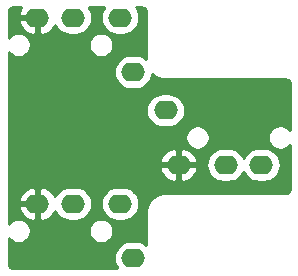
<source format=gbl>
G04 #@! TF.GenerationSoftware,KiCad,Pcbnew,5.1.2-f72e74a~84~ubuntu16.04.1*
G04 #@! TF.CreationDate,2019-05-05T15:33:26-04:00*
G04 #@! TF.ProjectId,switch_adaptor,73776974-6368-45f6-9164-6170746f722e,1.0*
G04 #@! TF.SameCoordinates,Original*
G04 #@! TF.FileFunction,Copper,L2,Bot*
G04 #@! TF.FilePolarity,Positive*
%FSLAX46Y46*%
G04 Gerber Fmt 4.6, Leading zero omitted, Abs format (unit mm)*
G04 Created by KiCad (PCBNEW 5.1.2-f72e74a~84~ubuntu16.04.1) date 2019-05-05 15:33:26*
%MOMM*%
%LPD*%
G04 APERTURE LIST*
%ADD10O,2.000000X1.600000*%
%ADD11C,0.254000*%
G04 APERTURE END LIST*
D10*
X143234000Y-95228000D03*
X144334000Y-99828000D03*
X151334000Y-99828000D03*
X148334000Y-99828000D03*
X140484000Y-107718000D03*
X139384000Y-103118000D03*
X132384000Y-103118000D03*
X135384000Y-103118000D03*
X140484000Y-91970000D03*
X139384000Y-87370000D03*
X132384000Y-87370000D03*
X135384000Y-87370000D03*
D11*
G36*
X130908449Y-86701579D02*
G01*
X130802556Y-86963270D01*
X130792096Y-87020961D01*
X130914085Y-87243000D01*
X132257000Y-87243000D01*
X132257000Y-87223000D01*
X132511000Y-87223000D01*
X132511000Y-87243000D01*
X132531000Y-87243000D01*
X132531000Y-87497000D01*
X132511000Y-87497000D01*
X132511000Y-88649474D01*
X132736887Y-88801937D01*
X133013306Y-88744596D01*
X133273227Y-88634430D01*
X133506662Y-88475673D01*
X133704639Y-88274425D01*
X133859551Y-88038421D01*
X133883075Y-87980286D01*
X133985068Y-88171101D01*
X134164392Y-88389608D01*
X134382899Y-88568932D01*
X134632192Y-88702182D01*
X134902691Y-88784236D01*
X135113508Y-88805000D01*
X135654492Y-88805000D01*
X135865309Y-88784236D01*
X136135808Y-88702182D01*
X136385101Y-88568932D01*
X136603608Y-88389608D01*
X136782932Y-88171101D01*
X136916182Y-87921808D01*
X136998236Y-87651309D01*
X137025943Y-87370000D01*
X136998236Y-87088691D01*
X136916182Y-86818192D01*
X136782932Y-86568899D01*
X136736236Y-86512000D01*
X138031764Y-86512000D01*
X137985068Y-86568899D01*
X137851818Y-86818192D01*
X137769764Y-87088691D01*
X137742057Y-87370000D01*
X137769764Y-87651309D01*
X137851818Y-87921808D01*
X137985068Y-88171101D01*
X138164392Y-88389608D01*
X138382899Y-88568932D01*
X138632192Y-88702182D01*
X138902691Y-88784236D01*
X139113508Y-88805000D01*
X139654492Y-88805000D01*
X139865309Y-88784236D01*
X140135808Y-88702182D01*
X140385101Y-88568932D01*
X140603608Y-88389608D01*
X140782932Y-88171101D01*
X140916182Y-87921808D01*
X140998236Y-87651309D01*
X141025943Y-87370000D01*
X140998236Y-87088691D01*
X140916182Y-86818192D01*
X140782932Y-86568899D01*
X140736236Y-86512000D01*
X141191719Y-86512000D01*
X141292533Y-86521885D01*
X141358457Y-86541789D01*
X141419255Y-86574115D01*
X141472619Y-86617639D01*
X141516512Y-86670696D01*
X141549266Y-86731271D01*
X141569628Y-86797053D01*
X141580000Y-86895731D01*
X141580001Y-90848950D01*
X141485101Y-90771068D01*
X141235808Y-90637818D01*
X140965309Y-90555764D01*
X140754492Y-90535000D01*
X140213508Y-90535000D01*
X140002691Y-90555764D01*
X139732192Y-90637818D01*
X139482899Y-90771068D01*
X139264392Y-90950392D01*
X139085068Y-91168899D01*
X138951818Y-91418192D01*
X138869764Y-91688691D01*
X138842057Y-91970000D01*
X138869764Y-92251309D01*
X138951818Y-92521808D01*
X139085068Y-92771101D01*
X139264392Y-92989608D01*
X139482899Y-93168932D01*
X139732192Y-93302182D01*
X140002691Y-93384236D01*
X140213508Y-93405000D01*
X140754492Y-93405000D01*
X140965309Y-93384236D01*
X141235808Y-93302182D01*
X141485101Y-93168932D01*
X141703608Y-92989608D01*
X141882932Y-92771101D01*
X142016182Y-92521808D01*
X142098236Y-92251309D01*
X142108150Y-92150649D01*
X142115851Y-92158513D01*
X142122952Y-92164387D01*
X142276614Y-92289711D01*
X142326423Y-92322803D01*
X142375795Y-92356610D01*
X142383902Y-92360993D01*
X142558980Y-92454084D01*
X142614275Y-92476875D01*
X142669270Y-92500446D01*
X142678074Y-92503171D01*
X142867900Y-92560482D01*
X142926566Y-92572098D01*
X142985087Y-92584537D01*
X142994252Y-92585500D01*
X143191593Y-92604850D01*
X143191598Y-92604850D01*
X143223581Y-92608000D01*
X153383719Y-92608000D01*
X153484533Y-92617885D01*
X153550457Y-92637789D01*
X153611255Y-92670115D01*
X153664619Y-92713639D01*
X153708512Y-92766696D01*
X153741266Y-92827271D01*
X153761628Y-92893053D01*
X153772000Y-92991731D01*
X153772000Y-96919206D01*
X153737937Y-96868226D01*
X153593774Y-96724063D01*
X153424256Y-96610795D01*
X153235898Y-96532774D01*
X153035939Y-96493000D01*
X152832061Y-96493000D01*
X152632102Y-96532774D01*
X152443744Y-96610795D01*
X152274226Y-96724063D01*
X152130063Y-96868226D01*
X152016795Y-97037744D01*
X151938774Y-97226102D01*
X151899000Y-97426061D01*
X151899000Y-97629939D01*
X151938774Y-97829898D01*
X152016795Y-98018256D01*
X152130063Y-98187774D01*
X152274226Y-98331937D01*
X152443744Y-98445205D01*
X152632102Y-98523226D01*
X152832061Y-98563000D01*
X153035939Y-98563000D01*
X153235898Y-98523226D01*
X153424256Y-98445205D01*
X153593774Y-98331937D01*
X153737937Y-98187774D01*
X153772001Y-98136794D01*
X153772001Y-101821709D01*
X153762115Y-101922531D01*
X153742211Y-101988458D01*
X153709885Y-102049255D01*
X153666362Y-102102618D01*
X153613300Y-102146515D01*
X153552727Y-102179266D01*
X153486947Y-102199628D01*
X153388269Y-102210000D01*
X143223581Y-102210000D01*
X143195309Y-102212784D01*
X143189088Y-102212741D01*
X143179917Y-102213641D01*
X142982715Y-102234368D01*
X142924151Y-102246390D01*
X142865362Y-102257604D01*
X142856540Y-102260268D01*
X142667118Y-102318903D01*
X142612005Y-102342071D01*
X142556507Y-102364493D01*
X142548371Y-102368820D01*
X142373947Y-102463130D01*
X142324331Y-102496597D01*
X142274301Y-102529335D01*
X142267160Y-102535159D01*
X142114376Y-102661553D01*
X142072237Y-102703988D01*
X142029487Y-102745851D01*
X142023613Y-102752952D01*
X141898289Y-102906614D01*
X141865174Y-102956456D01*
X141831390Y-103005796D01*
X141827007Y-103013902D01*
X141733916Y-103188980D01*
X141711125Y-103244275D01*
X141687554Y-103299270D01*
X141684829Y-103308073D01*
X141627518Y-103497900D01*
X141615900Y-103556580D01*
X141603463Y-103615087D01*
X141602500Y-103624252D01*
X141583150Y-103821594D01*
X141583150Y-103821599D01*
X141580000Y-103853582D01*
X141580001Y-106596950D01*
X141485101Y-106519068D01*
X141235808Y-106385818D01*
X140965309Y-106303764D01*
X140754492Y-106283000D01*
X140213508Y-106283000D01*
X140002691Y-106303764D01*
X139732192Y-106385818D01*
X139482899Y-106519068D01*
X139264392Y-106698392D01*
X139085068Y-106916899D01*
X138951818Y-107166192D01*
X138869764Y-107436691D01*
X138842057Y-107718000D01*
X138869764Y-107999309D01*
X138951818Y-108269808D01*
X139085068Y-108519101D01*
X139118633Y-108560000D01*
X130334281Y-108560000D01*
X130233469Y-108550115D01*
X130167542Y-108530211D01*
X130106745Y-108497885D01*
X130053382Y-108454362D01*
X130009485Y-108401300D01*
X129976734Y-108340727D01*
X129956372Y-108274947D01*
X129946000Y-108176269D01*
X129946000Y-106026795D01*
X129980063Y-106077774D01*
X130124226Y-106221937D01*
X130293744Y-106335205D01*
X130482102Y-106413226D01*
X130682061Y-106453000D01*
X130885939Y-106453000D01*
X131085898Y-106413226D01*
X131274256Y-106335205D01*
X131443774Y-106221937D01*
X131587937Y-106077774D01*
X131701205Y-105908256D01*
X131779226Y-105719898D01*
X131819000Y-105519939D01*
X131819000Y-105316061D01*
X136749000Y-105316061D01*
X136749000Y-105519939D01*
X136788774Y-105719898D01*
X136866795Y-105908256D01*
X136980063Y-106077774D01*
X137124226Y-106221937D01*
X137293744Y-106335205D01*
X137482102Y-106413226D01*
X137682061Y-106453000D01*
X137885939Y-106453000D01*
X138085898Y-106413226D01*
X138274256Y-106335205D01*
X138443774Y-106221937D01*
X138587937Y-106077774D01*
X138701205Y-105908256D01*
X138779226Y-105719898D01*
X138819000Y-105519939D01*
X138819000Y-105316061D01*
X138779226Y-105116102D01*
X138701205Y-104927744D01*
X138587937Y-104758226D01*
X138443774Y-104614063D01*
X138274256Y-104500795D01*
X138085898Y-104422774D01*
X137885939Y-104383000D01*
X137682061Y-104383000D01*
X137482102Y-104422774D01*
X137293744Y-104500795D01*
X137124226Y-104614063D01*
X136980063Y-104758226D01*
X136866795Y-104927744D01*
X136788774Y-105116102D01*
X136749000Y-105316061D01*
X131819000Y-105316061D01*
X131779226Y-105116102D01*
X131701205Y-104927744D01*
X131587937Y-104758226D01*
X131443774Y-104614063D01*
X131274256Y-104500795D01*
X131085898Y-104422774D01*
X130885939Y-104383000D01*
X130682061Y-104383000D01*
X130482102Y-104422774D01*
X130293744Y-104500795D01*
X130124226Y-104614063D01*
X129980063Y-104758226D01*
X129946000Y-104809205D01*
X129946000Y-103467039D01*
X130792096Y-103467039D01*
X130802556Y-103524730D01*
X130908449Y-103786421D01*
X131063361Y-104022425D01*
X131261338Y-104223673D01*
X131494773Y-104382430D01*
X131754694Y-104492596D01*
X132031113Y-104549937D01*
X132257000Y-104397474D01*
X132257000Y-103245000D01*
X130914085Y-103245000D01*
X130792096Y-103467039D01*
X129946000Y-103467039D01*
X129946000Y-102768961D01*
X130792096Y-102768961D01*
X130914085Y-102991000D01*
X132257000Y-102991000D01*
X132257000Y-101838526D01*
X132511000Y-101838526D01*
X132511000Y-102991000D01*
X132531000Y-102991000D01*
X132531000Y-103245000D01*
X132511000Y-103245000D01*
X132511000Y-104397474D01*
X132736887Y-104549937D01*
X133013306Y-104492596D01*
X133273227Y-104382430D01*
X133506662Y-104223673D01*
X133704639Y-104022425D01*
X133859551Y-103786421D01*
X133883075Y-103728286D01*
X133985068Y-103919101D01*
X134164392Y-104137608D01*
X134382899Y-104316932D01*
X134632192Y-104450182D01*
X134902691Y-104532236D01*
X135113508Y-104553000D01*
X135654492Y-104553000D01*
X135865309Y-104532236D01*
X136135808Y-104450182D01*
X136385101Y-104316932D01*
X136603608Y-104137608D01*
X136782932Y-103919101D01*
X136916182Y-103669808D01*
X136998236Y-103399309D01*
X137025943Y-103118000D01*
X137742057Y-103118000D01*
X137769764Y-103399309D01*
X137851818Y-103669808D01*
X137985068Y-103919101D01*
X138164392Y-104137608D01*
X138382899Y-104316932D01*
X138632192Y-104450182D01*
X138902691Y-104532236D01*
X139113508Y-104553000D01*
X139654492Y-104553000D01*
X139865309Y-104532236D01*
X140135808Y-104450182D01*
X140385101Y-104316932D01*
X140603608Y-104137608D01*
X140782932Y-103919101D01*
X140916182Y-103669808D01*
X140998236Y-103399309D01*
X141025943Y-103118000D01*
X140998236Y-102836691D01*
X140916182Y-102566192D01*
X140782932Y-102316899D01*
X140603608Y-102098392D01*
X140385101Y-101919068D01*
X140135808Y-101785818D01*
X139865309Y-101703764D01*
X139654492Y-101683000D01*
X139113508Y-101683000D01*
X138902691Y-101703764D01*
X138632192Y-101785818D01*
X138382899Y-101919068D01*
X138164392Y-102098392D01*
X137985068Y-102316899D01*
X137851818Y-102566192D01*
X137769764Y-102836691D01*
X137742057Y-103118000D01*
X137025943Y-103118000D01*
X136998236Y-102836691D01*
X136916182Y-102566192D01*
X136782932Y-102316899D01*
X136603608Y-102098392D01*
X136385101Y-101919068D01*
X136135808Y-101785818D01*
X135865309Y-101703764D01*
X135654492Y-101683000D01*
X135113508Y-101683000D01*
X134902691Y-101703764D01*
X134632192Y-101785818D01*
X134382899Y-101919068D01*
X134164392Y-102098392D01*
X133985068Y-102316899D01*
X133883075Y-102507714D01*
X133859551Y-102449579D01*
X133704639Y-102213575D01*
X133506662Y-102012327D01*
X133273227Y-101853570D01*
X133013306Y-101743404D01*
X132736887Y-101686063D01*
X132511000Y-101838526D01*
X132257000Y-101838526D01*
X132031113Y-101686063D01*
X131754694Y-101743404D01*
X131494773Y-101853570D01*
X131261338Y-102012327D01*
X131063361Y-102213575D01*
X130908449Y-102449579D01*
X130802556Y-102711270D01*
X130792096Y-102768961D01*
X129946000Y-102768961D01*
X129946000Y-100177039D01*
X142742096Y-100177039D01*
X142752556Y-100234730D01*
X142858449Y-100496421D01*
X143013361Y-100732425D01*
X143211338Y-100933673D01*
X143444773Y-101092430D01*
X143704694Y-101202596D01*
X143981113Y-101259937D01*
X144207000Y-101107474D01*
X144207000Y-99955000D01*
X144461000Y-99955000D01*
X144461000Y-101107474D01*
X144686887Y-101259937D01*
X144963306Y-101202596D01*
X145223227Y-101092430D01*
X145456662Y-100933673D01*
X145654639Y-100732425D01*
X145809551Y-100496421D01*
X145915444Y-100234730D01*
X145925904Y-100177039D01*
X145803915Y-99955000D01*
X144461000Y-99955000D01*
X144207000Y-99955000D01*
X142864085Y-99955000D01*
X142742096Y-100177039D01*
X129946000Y-100177039D01*
X129946000Y-99828000D01*
X146692057Y-99828000D01*
X146719764Y-100109309D01*
X146801818Y-100379808D01*
X146935068Y-100629101D01*
X147114392Y-100847608D01*
X147332899Y-101026932D01*
X147582192Y-101160182D01*
X147852691Y-101242236D01*
X148063508Y-101263000D01*
X148604492Y-101263000D01*
X148815309Y-101242236D01*
X149085808Y-101160182D01*
X149335101Y-101026932D01*
X149553608Y-100847608D01*
X149732932Y-100629101D01*
X149834000Y-100440016D01*
X149935068Y-100629101D01*
X150114392Y-100847608D01*
X150332899Y-101026932D01*
X150582192Y-101160182D01*
X150852691Y-101242236D01*
X151063508Y-101263000D01*
X151604492Y-101263000D01*
X151815309Y-101242236D01*
X152085808Y-101160182D01*
X152335101Y-101026932D01*
X152553608Y-100847608D01*
X152732932Y-100629101D01*
X152866182Y-100379808D01*
X152948236Y-100109309D01*
X152975943Y-99828000D01*
X152948236Y-99546691D01*
X152866182Y-99276192D01*
X152732932Y-99026899D01*
X152553608Y-98808392D01*
X152335101Y-98629068D01*
X152085808Y-98495818D01*
X151815309Y-98413764D01*
X151604492Y-98393000D01*
X151063508Y-98393000D01*
X150852691Y-98413764D01*
X150582192Y-98495818D01*
X150332899Y-98629068D01*
X150114392Y-98808392D01*
X149935068Y-99026899D01*
X149834000Y-99215984D01*
X149732932Y-99026899D01*
X149553608Y-98808392D01*
X149335101Y-98629068D01*
X149085808Y-98495818D01*
X148815309Y-98413764D01*
X148604492Y-98393000D01*
X148063508Y-98393000D01*
X147852691Y-98413764D01*
X147582192Y-98495818D01*
X147332899Y-98629068D01*
X147114392Y-98808392D01*
X146935068Y-99026899D01*
X146801818Y-99276192D01*
X146719764Y-99546691D01*
X146692057Y-99828000D01*
X129946000Y-99828000D01*
X129946000Y-99478961D01*
X142742096Y-99478961D01*
X142864085Y-99701000D01*
X144207000Y-99701000D01*
X144207000Y-98548526D01*
X144461000Y-98548526D01*
X144461000Y-99701000D01*
X145803915Y-99701000D01*
X145925904Y-99478961D01*
X145915444Y-99421270D01*
X145809551Y-99159579D01*
X145654639Y-98923575D01*
X145456662Y-98722327D01*
X145223227Y-98563570D01*
X144963306Y-98453404D01*
X144686887Y-98396063D01*
X144461000Y-98548526D01*
X144207000Y-98548526D01*
X143981113Y-98396063D01*
X143704694Y-98453404D01*
X143444773Y-98563570D01*
X143211338Y-98722327D01*
X143013361Y-98923575D01*
X142858449Y-99159579D01*
X142752556Y-99421270D01*
X142742096Y-99478961D01*
X129946000Y-99478961D01*
X129946000Y-97426061D01*
X144899000Y-97426061D01*
X144899000Y-97629939D01*
X144938774Y-97829898D01*
X145016795Y-98018256D01*
X145130063Y-98187774D01*
X145274226Y-98331937D01*
X145443744Y-98445205D01*
X145632102Y-98523226D01*
X145832061Y-98563000D01*
X146035939Y-98563000D01*
X146235898Y-98523226D01*
X146424256Y-98445205D01*
X146593774Y-98331937D01*
X146737937Y-98187774D01*
X146851205Y-98018256D01*
X146929226Y-97829898D01*
X146969000Y-97629939D01*
X146969000Y-97426061D01*
X146929226Y-97226102D01*
X146851205Y-97037744D01*
X146737937Y-96868226D01*
X146593774Y-96724063D01*
X146424256Y-96610795D01*
X146235898Y-96532774D01*
X146035939Y-96493000D01*
X145832061Y-96493000D01*
X145632102Y-96532774D01*
X145443744Y-96610795D01*
X145274226Y-96724063D01*
X145130063Y-96868226D01*
X145016795Y-97037744D01*
X144938774Y-97226102D01*
X144899000Y-97426061D01*
X129946000Y-97426061D01*
X129946000Y-95228000D01*
X141592057Y-95228000D01*
X141619764Y-95509309D01*
X141701818Y-95779808D01*
X141835068Y-96029101D01*
X142014392Y-96247608D01*
X142232899Y-96426932D01*
X142482192Y-96560182D01*
X142752691Y-96642236D01*
X142963508Y-96663000D01*
X143504492Y-96663000D01*
X143715309Y-96642236D01*
X143985808Y-96560182D01*
X144235101Y-96426932D01*
X144453608Y-96247608D01*
X144632932Y-96029101D01*
X144766182Y-95779808D01*
X144848236Y-95509309D01*
X144875943Y-95228000D01*
X144848236Y-94946691D01*
X144766182Y-94676192D01*
X144632932Y-94426899D01*
X144453608Y-94208392D01*
X144235101Y-94029068D01*
X143985808Y-93895818D01*
X143715309Y-93813764D01*
X143504492Y-93793000D01*
X142963508Y-93793000D01*
X142752691Y-93813764D01*
X142482192Y-93895818D01*
X142232899Y-94029068D01*
X142014392Y-94208392D01*
X141835068Y-94426899D01*
X141701818Y-94676192D01*
X141619764Y-94946691D01*
X141592057Y-95228000D01*
X129946000Y-95228000D01*
X129946000Y-90278795D01*
X129980063Y-90329774D01*
X130124226Y-90473937D01*
X130293744Y-90587205D01*
X130482102Y-90665226D01*
X130682061Y-90705000D01*
X130885939Y-90705000D01*
X131085898Y-90665226D01*
X131274256Y-90587205D01*
X131443774Y-90473937D01*
X131587937Y-90329774D01*
X131701205Y-90160256D01*
X131779226Y-89971898D01*
X131819000Y-89771939D01*
X131819000Y-89568061D01*
X136749000Y-89568061D01*
X136749000Y-89771939D01*
X136788774Y-89971898D01*
X136866795Y-90160256D01*
X136980063Y-90329774D01*
X137124226Y-90473937D01*
X137293744Y-90587205D01*
X137482102Y-90665226D01*
X137682061Y-90705000D01*
X137885939Y-90705000D01*
X138085898Y-90665226D01*
X138274256Y-90587205D01*
X138443774Y-90473937D01*
X138587937Y-90329774D01*
X138701205Y-90160256D01*
X138779226Y-89971898D01*
X138819000Y-89771939D01*
X138819000Y-89568061D01*
X138779226Y-89368102D01*
X138701205Y-89179744D01*
X138587937Y-89010226D01*
X138443774Y-88866063D01*
X138274256Y-88752795D01*
X138085898Y-88674774D01*
X137885939Y-88635000D01*
X137682061Y-88635000D01*
X137482102Y-88674774D01*
X137293744Y-88752795D01*
X137124226Y-88866063D01*
X136980063Y-89010226D01*
X136866795Y-89179744D01*
X136788774Y-89368102D01*
X136749000Y-89568061D01*
X131819000Y-89568061D01*
X131779226Y-89368102D01*
X131701205Y-89179744D01*
X131587937Y-89010226D01*
X131443774Y-88866063D01*
X131274256Y-88752795D01*
X131085898Y-88674774D01*
X130885939Y-88635000D01*
X130682061Y-88635000D01*
X130482102Y-88674774D01*
X130293744Y-88752795D01*
X130124226Y-88866063D01*
X129980063Y-89010226D01*
X129946000Y-89061205D01*
X129946000Y-87719039D01*
X130792096Y-87719039D01*
X130802556Y-87776730D01*
X130908449Y-88038421D01*
X131063361Y-88274425D01*
X131261338Y-88475673D01*
X131494773Y-88634430D01*
X131754694Y-88744596D01*
X132031113Y-88801937D01*
X132257000Y-88649474D01*
X132257000Y-87497000D01*
X130914085Y-87497000D01*
X130792096Y-87719039D01*
X129946000Y-87719039D01*
X129946000Y-86900281D01*
X129955885Y-86799467D01*
X129975789Y-86733543D01*
X130008115Y-86672745D01*
X130051639Y-86619381D01*
X130104696Y-86575488D01*
X130165271Y-86542734D01*
X130231053Y-86522372D01*
X130329730Y-86512000D01*
X131032888Y-86512000D01*
X130908449Y-86701579D01*
X130908449Y-86701579D01*
G37*
X130908449Y-86701579D02*
X130802556Y-86963270D01*
X130792096Y-87020961D01*
X130914085Y-87243000D01*
X132257000Y-87243000D01*
X132257000Y-87223000D01*
X132511000Y-87223000D01*
X132511000Y-87243000D01*
X132531000Y-87243000D01*
X132531000Y-87497000D01*
X132511000Y-87497000D01*
X132511000Y-88649474D01*
X132736887Y-88801937D01*
X133013306Y-88744596D01*
X133273227Y-88634430D01*
X133506662Y-88475673D01*
X133704639Y-88274425D01*
X133859551Y-88038421D01*
X133883075Y-87980286D01*
X133985068Y-88171101D01*
X134164392Y-88389608D01*
X134382899Y-88568932D01*
X134632192Y-88702182D01*
X134902691Y-88784236D01*
X135113508Y-88805000D01*
X135654492Y-88805000D01*
X135865309Y-88784236D01*
X136135808Y-88702182D01*
X136385101Y-88568932D01*
X136603608Y-88389608D01*
X136782932Y-88171101D01*
X136916182Y-87921808D01*
X136998236Y-87651309D01*
X137025943Y-87370000D01*
X136998236Y-87088691D01*
X136916182Y-86818192D01*
X136782932Y-86568899D01*
X136736236Y-86512000D01*
X138031764Y-86512000D01*
X137985068Y-86568899D01*
X137851818Y-86818192D01*
X137769764Y-87088691D01*
X137742057Y-87370000D01*
X137769764Y-87651309D01*
X137851818Y-87921808D01*
X137985068Y-88171101D01*
X138164392Y-88389608D01*
X138382899Y-88568932D01*
X138632192Y-88702182D01*
X138902691Y-88784236D01*
X139113508Y-88805000D01*
X139654492Y-88805000D01*
X139865309Y-88784236D01*
X140135808Y-88702182D01*
X140385101Y-88568932D01*
X140603608Y-88389608D01*
X140782932Y-88171101D01*
X140916182Y-87921808D01*
X140998236Y-87651309D01*
X141025943Y-87370000D01*
X140998236Y-87088691D01*
X140916182Y-86818192D01*
X140782932Y-86568899D01*
X140736236Y-86512000D01*
X141191719Y-86512000D01*
X141292533Y-86521885D01*
X141358457Y-86541789D01*
X141419255Y-86574115D01*
X141472619Y-86617639D01*
X141516512Y-86670696D01*
X141549266Y-86731271D01*
X141569628Y-86797053D01*
X141580000Y-86895731D01*
X141580001Y-90848950D01*
X141485101Y-90771068D01*
X141235808Y-90637818D01*
X140965309Y-90555764D01*
X140754492Y-90535000D01*
X140213508Y-90535000D01*
X140002691Y-90555764D01*
X139732192Y-90637818D01*
X139482899Y-90771068D01*
X139264392Y-90950392D01*
X139085068Y-91168899D01*
X138951818Y-91418192D01*
X138869764Y-91688691D01*
X138842057Y-91970000D01*
X138869764Y-92251309D01*
X138951818Y-92521808D01*
X139085068Y-92771101D01*
X139264392Y-92989608D01*
X139482899Y-93168932D01*
X139732192Y-93302182D01*
X140002691Y-93384236D01*
X140213508Y-93405000D01*
X140754492Y-93405000D01*
X140965309Y-93384236D01*
X141235808Y-93302182D01*
X141485101Y-93168932D01*
X141703608Y-92989608D01*
X141882932Y-92771101D01*
X142016182Y-92521808D01*
X142098236Y-92251309D01*
X142108150Y-92150649D01*
X142115851Y-92158513D01*
X142122952Y-92164387D01*
X142276614Y-92289711D01*
X142326423Y-92322803D01*
X142375795Y-92356610D01*
X142383902Y-92360993D01*
X142558980Y-92454084D01*
X142614275Y-92476875D01*
X142669270Y-92500446D01*
X142678074Y-92503171D01*
X142867900Y-92560482D01*
X142926566Y-92572098D01*
X142985087Y-92584537D01*
X142994252Y-92585500D01*
X143191593Y-92604850D01*
X143191598Y-92604850D01*
X143223581Y-92608000D01*
X153383719Y-92608000D01*
X153484533Y-92617885D01*
X153550457Y-92637789D01*
X153611255Y-92670115D01*
X153664619Y-92713639D01*
X153708512Y-92766696D01*
X153741266Y-92827271D01*
X153761628Y-92893053D01*
X153772000Y-92991731D01*
X153772000Y-96919206D01*
X153737937Y-96868226D01*
X153593774Y-96724063D01*
X153424256Y-96610795D01*
X153235898Y-96532774D01*
X153035939Y-96493000D01*
X152832061Y-96493000D01*
X152632102Y-96532774D01*
X152443744Y-96610795D01*
X152274226Y-96724063D01*
X152130063Y-96868226D01*
X152016795Y-97037744D01*
X151938774Y-97226102D01*
X151899000Y-97426061D01*
X151899000Y-97629939D01*
X151938774Y-97829898D01*
X152016795Y-98018256D01*
X152130063Y-98187774D01*
X152274226Y-98331937D01*
X152443744Y-98445205D01*
X152632102Y-98523226D01*
X152832061Y-98563000D01*
X153035939Y-98563000D01*
X153235898Y-98523226D01*
X153424256Y-98445205D01*
X153593774Y-98331937D01*
X153737937Y-98187774D01*
X153772001Y-98136794D01*
X153772001Y-101821709D01*
X153762115Y-101922531D01*
X153742211Y-101988458D01*
X153709885Y-102049255D01*
X153666362Y-102102618D01*
X153613300Y-102146515D01*
X153552727Y-102179266D01*
X153486947Y-102199628D01*
X153388269Y-102210000D01*
X143223581Y-102210000D01*
X143195309Y-102212784D01*
X143189088Y-102212741D01*
X143179917Y-102213641D01*
X142982715Y-102234368D01*
X142924151Y-102246390D01*
X142865362Y-102257604D01*
X142856540Y-102260268D01*
X142667118Y-102318903D01*
X142612005Y-102342071D01*
X142556507Y-102364493D01*
X142548371Y-102368820D01*
X142373947Y-102463130D01*
X142324331Y-102496597D01*
X142274301Y-102529335D01*
X142267160Y-102535159D01*
X142114376Y-102661553D01*
X142072237Y-102703988D01*
X142029487Y-102745851D01*
X142023613Y-102752952D01*
X141898289Y-102906614D01*
X141865174Y-102956456D01*
X141831390Y-103005796D01*
X141827007Y-103013902D01*
X141733916Y-103188980D01*
X141711125Y-103244275D01*
X141687554Y-103299270D01*
X141684829Y-103308073D01*
X141627518Y-103497900D01*
X141615900Y-103556580D01*
X141603463Y-103615087D01*
X141602500Y-103624252D01*
X141583150Y-103821594D01*
X141583150Y-103821599D01*
X141580000Y-103853582D01*
X141580001Y-106596950D01*
X141485101Y-106519068D01*
X141235808Y-106385818D01*
X140965309Y-106303764D01*
X140754492Y-106283000D01*
X140213508Y-106283000D01*
X140002691Y-106303764D01*
X139732192Y-106385818D01*
X139482899Y-106519068D01*
X139264392Y-106698392D01*
X139085068Y-106916899D01*
X138951818Y-107166192D01*
X138869764Y-107436691D01*
X138842057Y-107718000D01*
X138869764Y-107999309D01*
X138951818Y-108269808D01*
X139085068Y-108519101D01*
X139118633Y-108560000D01*
X130334281Y-108560000D01*
X130233469Y-108550115D01*
X130167542Y-108530211D01*
X130106745Y-108497885D01*
X130053382Y-108454362D01*
X130009485Y-108401300D01*
X129976734Y-108340727D01*
X129956372Y-108274947D01*
X129946000Y-108176269D01*
X129946000Y-106026795D01*
X129980063Y-106077774D01*
X130124226Y-106221937D01*
X130293744Y-106335205D01*
X130482102Y-106413226D01*
X130682061Y-106453000D01*
X130885939Y-106453000D01*
X131085898Y-106413226D01*
X131274256Y-106335205D01*
X131443774Y-106221937D01*
X131587937Y-106077774D01*
X131701205Y-105908256D01*
X131779226Y-105719898D01*
X131819000Y-105519939D01*
X131819000Y-105316061D01*
X136749000Y-105316061D01*
X136749000Y-105519939D01*
X136788774Y-105719898D01*
X136866795Y-105908256D01*
X136980063Y-106077774D01*
X137124226Y-106221937D01*
X137293744Y-106335205D01*
X137482102Y-106413226D01*
X137682061Y-106453000D01*
X137885939Y-106453000D01*
X138085898Y-106413226D01*
X138274256Y-106335205D01*
X138443774Y-106221937D01*
X138587937Y-106077774D01*
X138701205Y-105908256D01*
X138779226Y-105719898D01*
X138819000Y-105519939D01*
X138819000Y-105316061D01*
X138779226Y-105116102D01*
X138701205Y-104927744D01*
X138587937Y-104758226D01*
X138443774Y-104614063D01*
X138274256Y-104500795D01*
X138085898Y-104422774D01*
X137885939Y-104383000D01*
X137682061Y-104383000D01*
X137482102Y-104422774D01*
X137293744Y-104500795D01*
X137124226Y-104614063D01*
X136980063Y-104758226D01*
X136866795Y-104927744D01*
X136788774Y-105116102D01*
X136749000Y-105316061D01*
X131819000Y-105316061D01*
X131779226Y-105116102D01*
X131701205Y-104927744D01*
X131587937Y-104758226D01*
X131443774Y-104614063D01*
X131274256Y-104500795D01*
X131085898Y-104422774D01*
X130885939Y-104383000D01*
X130682061Y-104383000D01*
X130482102Y-104422774D01*
X130293744Y-104500795D01*
X130124226Y-104614063D01*
X129980063Y-104758226D01*
X129946000Y-104809205D01*
X129946000Y-103467039D01*
X130792096Y-103467039D01*
X130802556Y-103524730D01*
X130908449Y-103786421D01*
X131063361Y-104022425D01*
X131261338Y-104223673D01*
X131494773Y-104382430D01*
X131754694Y-104492596D01*
X132031113Y-104549937D01*
X132257000Y-104397474D01*
X132257000Y-103245000D01*
X130914085Y-103245000D01*
X130792096Y-103467039D01*
X129946000Y-103467039D01*
X129946000Y-102768961D01*
X130792096Y-102768961D01*
X130914085Y-102991000D01*
X132257000Y-102991000D01*
X132257000Y-101838526D01*
X132511000Y-101838526D01*
X132511000Y-102991000D01*
X132531000Y-102991000D01*
X132531000Y-103245000D01*
X132511000Y-103245000D01*
X132511000Y-104397474D01*
X132736887Y-104549937D01*
X133013306Y-104492596D01*
X133273227Y-104382430D01*
X133506662Y-104223673D01*
X133704639Y-104022425D01*
X133859551Y-103786421D01*
X133883075Y-103728286D01*
X133985068Y-103919101D01*
X134164392Y-104137608D01*
X134382899Y-104316932D01*
X134632192Y-104450182D01*
X134902691Y-104532236D01*
X135113508Y-104553000D01*
X135654492Y-104553000D01*
X135865309Y-104532236D01*
X136135808Y-104450182D01*
X136385101Y-104316932D01*
X136603608Y-104137608D01*
X136782932Y-103919101D01*
X136916182Y-103669808D01*
X136998236Y-103399309D01*
X137025943Y-103118000D01*
X137742057Y-103118000D01*
X137769764Y-103399309D01*
X137851818Y-103669808D01*
X137985068Y-103919101D01*
X138164392Y-104137608D01*
X138382899Y-104316932D01*
X138632192Y-104450182D01*
X138902691Y-104532236D01*
X139113508Y-104553000D01*
X139654492Y-104553000D01*
X139865309Y-104532236D01*
X140135808Y-104450182D01*
X140385101Y-104316932D01*
X140603608Y-104137608D01*
X140782932Y-103919101D01*
X140916182Y-103669808D01*
X140998236Y-103399309D01*
X141025943Y-103118000D01*
X140998236Y-102836691D01*
X140916182Y-102566192D01*
X140782932Y-102316899D01*
X140603608Y-102098392D01*
X140385101Y-101919068D01*
X140135808Y-101785818D01*
X139865309Y-101703764D01*
X139654492Y-101683000D01*
X139113508Y-101683000D01*
X138902691Y-101703764D01*
X138632192Y-101785818D01*
X138382899Y-101919068D01*
X138164392Y-102098392D01*
X137985068Y-102316899D01*
X137851818Y-102566192D01*
X137769764Y-102836691D01*
X137742057Y-103118000D01*
X137025943Y-103118000D01*
X136998236Y-102836691D01*
X136916182Y-102566192D01*
X136782932Y-102316899D01*
X136603608Y-102098392D01*
X136385101Y-101919068D01*
X136135808Y-101785818D01*
X135865309Y-101703764D01*
X135654492Y-101683000D01*
X135113508Y-101683000D01*
X134902691Y-101703764D01*
X134632192Y-101785818D01*
X134382899Y-101919068D01*
X134164392Y-102098392D01*
X133985068Y-102316899D01*
X133883075Y-102507714D01*
X133859551Y-102449579D01*
X133704639Y-102213575D01*
X133506662Y-102012327D01*
X133273227Y-101853570D01*
X133013306Y-101743404D01*
X132736887Y-101686063D01*
X132511000Y-101838526D01*
X132257000Y-101838526D01*
X132031113Y-101686063D01*
X131754694Y-101743404D01*
X131494773Y-101853570D01*
X131261338Y-102012327D01*
X131063361Y-102213575D01*
X130908449Y-102449579D01*
X130802556Y-102711270D01*
X130792096Y-102768961D01*
X129946000Y-102768961D01*
X129946000Y-100177039D01*
X142742096Y-100177039D01*
X142752556Y-100234730D01*
X142858449Y-100496421D01*
X143013361Y-100732425D01*
X143211338Y-100933673D01*
X143444773Y-101092430D01*
X143704694Y-101202596D01*
X143981113Y-101259937D01*
X144207000Y-101107474D01*
X144207000Y-99955000D01*
X144461000Y-99955000D01*
X144461000Y-101107474D01*
X144686887Y-101259937D01*
X144963306Y-101202596D01*
X145223227Y-101092430D01*
X145456662Y-100933673D01*
X145654639Y-100732425D01*
X145809551Y-100496421D01*
X145915444Y-100234730D01*
X145925904Y-100177039D01*
X145803915Y-99955000D01*
X144461000Y-99955000D01*
X144207000Y-99955000D01*
X142864085Y-99955000D01*
X142742096Y-100177039D01*
X129946000Y-100177039D01*
X129946000Y-99828000D01*
X146692057Y-99828000D01*
X146719764Y-100109309D01*
X146801818Y-100379808D01*
X146935068Y-100629101D01*
X147114392Y-100847608D01*
X147332899Y-101026932D01*
X147582192Y-101160182D01*
X147852691Y-101242236D01*
X148063508Y-101263000D01*
X148604492Y-101263000D01*
X148815309Y-101242236D01*
X149085808Y-101160182D01*
X149335101Y-101026932D01*
X149553608Y-100847608D01*
X149732932Y-100629101D01*
X149834000Y-100440016D01*
X149935068Y-100629101D01*
X150114392Y-100847608D01*
X150332899Y-101026932D01*
X150582192Y-101160182D01*
X150852691Y-101242236D01*
X151063508Y-101263000D01*
X151604492Y-101263000D01*
X151815309Y-101242236D01*
X152085808Y-101160182D01*
X152335101Y-101026932D01*
X152553608Y-100847608D01*
X152732932Y-100629101D01*
X152866182Y-100379808D01*
X152948236Y-100109309D01*
X152975943Y-99828000D01*
X152948236Y-99546691D01*
X152866182Y-99276192D01*
X152732932Y-99026899D01*
X152553608Y-98808392D01*
X152335101Y-98629068D01*
X152085808Y-98495818D01*
X151815309Y-98413764D01*
X151604492Y-98393000D01*
X151063508Y-98393000D01*
X150852691Y-98413764D01*
X150582192Y-98495818D01*
X150332899Y-98629068D01*
X150114392Y-98808392D01*
X149935068Y-99026899D01*
X149834000Y-99215984D01*
X149732932Y-99026899D01*
X149553608Y-98808392D01*
X149335101Y-98629068D01*
X149085808Y-98495818D01*
X148815309Y-98413764D01*
X148604492Y-98393000D01*
X148063508Y-98393000D01*
X147852691Y-98413764D01*
X147582192Y-98495818D01*
X147332899Y-98629068D01*
X147114392Y-98808392D01*
X146935068Y-99026899D01*
X146801818Y-99276192D01*
X146719764Y-99546691D01*
X146692057Y-99828000D01*
X129946000Y-99828000D01*
X129946000Y-99478961D01*
X142742096Y-99478961D01*
X142864085Y-99701000D01*
X144207000Y-99701000D01*
X144207000Y-98548526D01*
X144461000Y-98548526D01*
X144461000Y-99701000D01*
X145803915Y-99701000D01*
X145925904Y-99478961D01*
X145915444Y-99421270D01*
X145809551Y-99159579D01*
X145654639Y-98923575D01*
X145456662Y-98722327D01*
X145223227Y-98563570D01*
X144963306Y-98453404D01*
X144686887Y-98396063D01*
X144461000Y-98548526D01*
X144207000Y-98548526D01*
X143981113Y-98396063D01*
X143704694Y-98453404D01*
X143444773Y-98563570D01*
X143211338Y-98722327D01*
X143013361Y-98923575D01*
X142858449Y-99159579D01*
X142752556Y-99421270D01*
X142742096Y-99478961D01*
X129946000Y-99478961D01*
X129946000Y-97426061D01*
X144899000Y-97426061D01*
X144899000Y-97629939D01*
X144938774Y-97829898D01*
X145016795Y-98018256D01*
X145130063Y-98187774D01*
X145274226Y-98331937D01*
X145443744Y-98445205D01*
X145632102Y-98523226D01*
X145832061Y-98563000D01*
X146035939Y-98563000D01*
X146235898Y-98523226D01*
X146424256Y-98445205D01*
X146593774Y-98331937D01*
X146737937Y-98187774D01*
X146851205Y-98018256D01*
X146929226Y-97829898D01*
X146969000Y-97629939D01*
X146969000Y-97426061D01*
X146929226Y-97226102D01*
X146851205Y-97037744D01*
X146737937Y-96868226D01*
X146593774Y-96724063D01*
X146424256Y-96610795D01*
X146235898Y-96532774D01*
X146035939Y-96493000D01*
X145832061Y-96493000D01*
X145632102Y-96532774D01*
X145443744Y-96610795D01*
X145274226Y-96724063D01*
X145130063Y-96868226D01*
X145016795Y-97037744D01*
X144938774Y-97226102D01*
X144899000Y-97426061D01*
X129946000Y-97426061D01*
X129946000Y-95228000D01*
X141592057Y-95228000D01*
X141619764Y-95509309D01*
X141701818Y-95779808D01*
X141835068Y-96029101D01*
X142014392Y-96247608D01*
X142232899Y-96426932D01*
X142482192Y-96560182D01*
X142752691Y-96642236D01*
X142963508Y-96663000D01*
X143504492Y-96663000D01*
X143715309Y-96642236D01*
X143985808Y-96560182D01*
X144235101Y-96426932D01*
X144453608Y-96247608D01*
X144632932Y-96029101D01*
X144766182Y-95779808D01*
X144848236Y-95509309D01*
X144875943Y-95228000D01*
X144848236Y-94946691D01*
X144766182Y-94676192D01*
X144632932Y-94426899D01*
X144453608Y-94208392D01*
X144235101Y-94029068D01*
X143985808Y-93895818D01*
X143715309Y-93813764D01*
X143504492Y-93793000D01*
X142963508Y-93793000D01*
X142752691Y-93813764D01*
X142482192Y-93895818D01*
X142232899Y-94029068D01*
X142014392Y-94208392D01*
X141835068Y-94426899D01*
X141701818Y-94676192D01*
X141619764Y-94946691D01*
X141592057Y-95228000D01*
X129946000Y-95228000D01*
X129946000Y-90278795D01*
X129980063Y-90329774D01*
X130124226Y-90473937D01*
X130293744Y-90587205D01*
X130482102Y-90665226D01*
X130682061Y-90705000D01*
X130885939Y-90705000D01*
X131085898Y-90665226D01*
X131274256Y-90587205D01*
X131443774Y-90473937D01*
X131587937Y-90329774D01*
X131701205Y-90160256D01*
X131779226Y-89971898D01*
X131819000Y-89771939D01*
X131819000Y-89568061D01*
X136749000Y-89568061D01*
X136749000Y-89771939D01*
X136788774Y-89971898D01*
X136866795Y-90160256D01*
X136980063Y-90329774D01*
X137124226Y-90473937D01*
X137293744Y-90587205D01*
X137482102Y-90665226D01*
X137682061Y-90705000D01*
X137885939Y-90705000D01*
X138085898Y-90665226D01*
X138274256Y-90587205D01*
X138443774Y-90473937D01*
X138587937Y-90329774D01*
X138701205Y-90160256D01*
X138779226Y-89971898D01*
X138819000Y-89771939D01*
X138819000Y-89568061D01*
X138779226Y-89368102D01*
X138701205Y-89179744D01*
X138587937Y-89010226D01*
X138443774Y-88866063D01*
X138274256Y-88752795D01*
X138085898Y-88674774D01*
X137885939Y-88635000D01*
X137682061Y-88635000D01*
X137482102Y-88674774D01*
X137293744Y-88752795D01*
X137124226Y-88866063D01*
X136980063Y-89010226D01*
X136866795Y-89179744D01*
X136788774Y-89368102D01*
X136749000Y-89568061D01*
X131819000Y-89568061D01*
X131779226Y-89368102D01*
X131701205Y-89179744D01*
X131587937Y-89010226D01*
X131443774Y-88866063D01*
X131274256Y-88752795D01*
X131085898Y-88674774D01*
X130885939Y-88635000D01*
X130682061Y-88635000D01*
X130482102Y-88674774D01*
X130293744Y-88752795D01*
X130124226Y-88866063D01*
X129980063Y-89010226D01*
X129946000Y-89061205D01*
X129946000Y-87719039D01*
X130792096Y-87719039D01*
X130802556Y-87776730D01*
X130908449Y-88038421D01*
X131063361Y-88274425D01*
X131261338Y-88475673D01*
X131494773Y-88634430D01*
X131754694Y-88744596D01*
X132031113Y-88801937D01*
X132257000Y-88649474D01*
X132257000Y-87497000D01*
X130914085Y-87497000D01*
X130792096Y-87719039D01*
X129946000Y-87719039D01*
X129946000Y-86900281D01*
X129955885Y-86799467D01*
X129975789Y-86733543D01*
X130008115Y-86672745D01*
X130051639Y-86619381D01*
X130104696Y-86575488D01*
X130165271Y-86542734D01*
X130231053Y-86522372D01*
X130329730Y-86512000D01*
X131032888Y-86512000D01*
X130908449Y-86701579D01*
M02*

</source>
